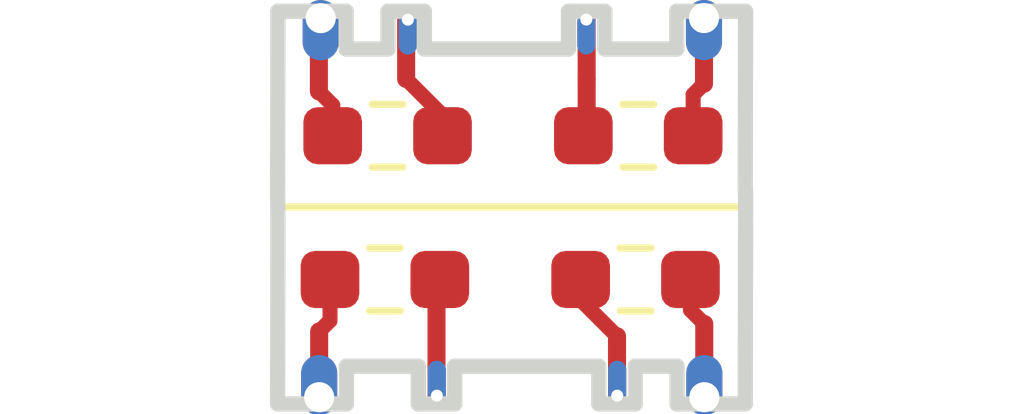
<source format=kicad_pcb>
(kicad_pcb (version 20211014) (generator pcbnew)
  (layers (0 "F.Cu" signal) (31 "B.Cu" signal) (34 "B.Paste" user) (35 "F.Paste" user) (36 "B.SilkS" user "B.Silkscreen") (37 "F.SilkS" user "F.Silkscreen") (38 "B.Mask" user) (39 "F.Mask" user) (44 "Edge.Cuts" user))
  (net 0 "")
  (net 1 "Net-(J1-Pad1)")
  (net 2 "Net-(J2-Pad1)")
  (net 3 "GND")
  (footprint "Resistor_SMD:R_0603_1608Metric_Pad0.98x0.95mm_HandSolder" (layer "F.Cu") (at 146.939 96.4184 180)
    (fp_text reference "R2" hide)
    (fp_text value "5.1K" hide)
    (fp_line (start -0.254724 -0.5225) (end 0.254724 -0.5225) (layer "F.SilkS") (width 0.12))
    (fp_line (start -0.254724 0.5225) (end 0.254724 0.5225) (layer "F.SilkS") (width 0.12))
    (pad "1" smd roundrect (at -0.9125 0 180) (size 0.975 0.95) (layers "F.Cu" "F.Paste" "F.Mask") (net 3 "GND"))
    (pad "2" smd roundrect (at 0.9125 0 180) (size 0.975 0.95) (layers "F.Cu" "F.Paste" "F.Mask") (net 2 "Net-(J2-Pad1)"))
  )
  (footprint "Resistor_SMD:R_0603_1608Metric_Pad0.98x0.95mm_HandSolder" (layer "F.Cu") (at 142.7734 96.4184 180)
    (fp_text reference "R1" hide)
    (fp_text value "5.1K" hide)
    (fp_line (start -0.254724 0.5225) (end 0.254724 0.5225) (layer "F.SilkS") (width 0.12))
    (fp_line (start -0.254724 -0.5225) (end 0.254724 -0.5225) (layer "F.SilkS") (width 0.12))
    (pad "1" smd roundrect (at -0.9125 0 180) (size 0.975 0.95) (layers "F.Cu" "F.Paste" "F.Mask") (net 1 "Net-(J1-Pad1)"))
    (pad "2" smd roundrect (at 0.9125 0 180) (size 0.975 0.95) (layers "F.Cu" "F.Paste" "F.Mask") (net 3 "GND"))
  )
  (footprint "custom_connectors:c1_usb_c_connector" (layer "F.Cu") (at 151.7142 95.8088 90)
    (fp_text reference "J2" hide)
    (fp_text value "CC2" hide)
    (pad "1" thru_hole oval (at -2.54 -5.08 90) (size 0.7 0.3) (drill 0.2 (offset 0.23 0)) (layers *.Cu *.Mask) (net 2 "Net-(J2-Pad1)"))
  )
  (footprint "custom_connectors:c1_usb_c_connector" (layer "F.Cu") (at 148.717 95.8088 90)
    (fp_text reference "J1" hide)
    (fp_text value "CC1" hide)
    (pad "1" thru_hole oval (at -2.54 -5.08 90) (size 0.7 0.3) (drill 0.2 (offset 0.23 0)) (layers *.Cu *.Mask) (net 1 "Net-(J1-Pad1)"))
  )
  (footprint "custom_connectors:c1_usb_c_connector" (layer "F.Cu") (at 138.0744 94.6404 -90)
    (fp_text reference "J1" hide)
    (fp_text value "CC1" hide)
    (pad "1" thru_hole oval (at -2.54 -5.08 270) (size 0.7 0.3) (drill 0.2 (offset 0.23 0)) (layers F&B.Cu *.Mask))
  )
  (footprint "custom_connectors:c1_usb_c_connector" (layer "F.Cu") (at 141.0404 94.6389 -90)
    (fp_text reference "J1" hide)
    (fp_text value "CC1" hide)
    (pad "1" thru_hole oval (at -2.54 -5.08 270) (size 0.7 0.3) (drill 0.2 (offset 0.23 0)) (layers F&B.Cu *.Mask) (net 1 "Net-(J1-Pad1)"))
  )
  (footprint "custom_connectors:GND_flex_connector" (layer "F.Cu") (at 153.162 98.3742 90)
    (fp_text reference "REF**" hide)
    (fp_text value "GND_flex_connector" hide)
    (pad "1" thru_hole oval (at 0 -5.08 90) (size 1 0.6) (drill 0.5 (offset 0.2 0)) (layers *.Cu *.Mask))
  )
  (footprint "custom_connectors:GND_flex_connector" (layer "F.Cu") (at 142.9962 92.0735 -90)
    (fp_text reference "REF**" hide)
    (fp_text value "GND_flex_connector" hide)
    (pad "1" thru_hole oval (at 0 -5.08 270) (size 1 0.6) (drill 0.5 (offset 0.2 0)) (layers F&B.Cu *.Mask))
  )
  (footprint "custom_connectors:GND_flex_connector" (layer "F.Cu") (at 146.7612 98.3742 90)
    (fp_text reference "REF**" hide)
    (fp_text value "GND_flex_connector" hide)
    (pad "1" thru_hole oval (at 0 -5.08 90) (size 1 0.6) (drill 0.5 (offset 0.2 0)) (layers *.Cu *.Mask))
  )
  (footprint "Resistor_SMD:R_0603_1608Metric_Pad0.98x0.95mm_HandSolder" (layer "F.Cu") (at 146.984 94.0293)
    (fp_text reference "R1" hide)
    (fp_text value "5.1K" hide)
    (fp_line (start -0.254724 0.5225) (end 0.254724 0.5225) (layer "F.SilkS") (width 0.12))
    (fp_line (start -0.254724 -0.5225) (end 0.254724 -0.5225) (layer "F.SilkS") (width 0.12))
    (pad "1" smd roundrect (at -0.9125 0) (size 0.975 0.95) (layers "F.Cu" "F.Paste" "F.Mask") (net 1 "Net-(J1-Pad1)"))
    (pad "2" smd roundrect (at 0.9125 0) (size 0.975 0.95) (layers "F.Cu" "F.Paste" "F.Mask") (net 3 "GND"))
  )
  (footprint "custom_connectors:GND_flex_connector" (layer "F.Cu") (at 136.6266 92.075 -90)
    (fp_text reference "REF**" hide)
    (fp_text value "GND_flex_connector" hide)
    (pad "1" thru_hole oval (at 0 -5.08 270) (size 1 0.6) (drill 0.5 (offset 0.2 0)) (layers F&B.Cu *.Mask))
  )
  (footprint "Resistor_SMD:R_0603_1608Metric_Pad0.98x0.95mm_HandSolder" (layer "F.Cu") (at 142.8184 94.0293)
    (fp_text reference "R2" hide)
    (fp_text value "5.1K" hide)
    (fp_line (start -0.254724 -0.5225) (end 0.254724 -0.5225) (layer "F.SilkS") (width 0.12))
    (fp_line (start -0.254724 0.5225) (end 0.254724 0.5225) (layer "F.SilkS") (width 0.12))
    (pad "1" smd roundrect (at -0.9125 0) (size 0.975 0.95) (layers "F.Cu" "F.Paste" "F.Mask") (net 3 "GND"))
    (pad "2" smd roundrect (at 0.9125 0) (size 0.975 0.95) (layers "F.Cu" "F.Paste" "F.Mask") (net 2 "Net-(J2-Pad1)"))
  )
  (gr_line (start 148.7678 95.2119) (end 140.9446 95.2119) (layer "F.SilkS") (width 0.12))
  (gr_line (start 142.133 98.487) (end 142.133 97.86) (layer "Edge.Cuts") (width 0.254))
  (gr_line (start 148.762 98.487) (end 147.629 98.487) (layer "Edge.Cuts") (width 0.254))
  (gr_line (start 146.933 98.487) (end 146.329 98.487) (layer "Edge.Cuts") (width 0.254))
  (gr_line (start 143.933 98.487) (end 143.933 97.86) (layer "Edge.Cuts") (width 0.254))
  (gr_line (start 147.629 98.487) (end 147.629 97.86) (layer "Edge.Cuts") (width 0.254))
  (gr_line (start 146.933 98.487) (end 146.933 97.86) (layer "Edge.Cuts") (width 0.254))
  (gr_line (start 142.133 98.487) (end 141 98.487) (layer "Edge.Cuts") (width 0.254))
  (gr_line (start 143.3286 98.487) (end 143.3286 97.86) (layer "Edge.Cuts") (width 0.254))
  (gr_line (start 147.629 97.86) (end 146.933 97.86) (layer "Edge.Cuts") (width 0.254))
  (gr_line (start 146.329 97.86) (end 143.933 97.86) (layer "Edge.Cuts") (width 0.254))
  (gr_line (start 143.3286 97.86) (end 142.133 97.86) (layer "Edge.Cuts") (width 0.254))
  (gr_line (start 146.329 98.487) (end 146.329 97.86) (layer "Edge.Cuts") (width 0.254))
  (gr_line (start 143.933 98.487) (end 143.3286 98.487) (layer "Edge.Cuts") (width 0.254))
  (gr_line (start 142.1284 91.9607) (end 142.1284 92.5877) (layer "Edge.Cuts") (width 0.254))
  (gr_line (start 148.7678 91.9607) (end 148.762 94.9691) (layer "Edge.Cuts") (width 0.254))
  (gr_line (start 145.8244 91.9607) (end 145.8244 92.5877) (layer "Edge.Cuts") (width 0.254))
  (gr_line (start 148.7678 95.4786) (end 148.7678 94.9452) (layer "Edge.Cuts") (width 0.254))
  (gr_line (start 147.6244 91.9607) (end 147.6244 92.5877) (layer "Edge.Cuts") (width 0.254))
  (gr_line (start 148.762 98.487) (end 148.7678 95.4786) (layer "Edge.Cuts") (width 0.254))
  (gr_line (start 145.8244 91.9607) (end 146.4288 91.9607) (layer "Edge.Cuts") (width 0.254))
  (gr_line (start 140.9954 91.9607) (end 142.1284 91.9607) (layer "Edge.Cuts") (width 0.254))
  (gr_line (start 143.4284 91.9607) (end 143.4284 92.5877) (layer "Edge.Cuts") (width 0.254))
  (gr_line (start 146.4288 91.9607) (end 146.4288 92.5877) (layer "Edge.Cuts") (width 0.254))
  (gr_line (start 142.8244 91.9607) (end 142.8244 92.5877) (layer "Edge.Cuts") (width 0.254))
  (gr_line (start 140.9954 95.4786) (end 140.9896 94.9198) (layer "Edge.Cuts") (width 0.254))
  (gr_line (start 143.4284 92.5877) (end 145.8244 92.5877) (layer "Edge.Cuts") (width 0.254))
  (gr_line (start 146.4288 92.5877) (end 147.6244 92.5877) (layer "Edge.Cuts") (width 0.254))
  (gr_line (start 142.8244 91.9607) (end 143.4284 91.9607) (layer "Edge.Cuts") (width 0.254))
  (gr_line (start 140.9896 98.487) (end 140.9954 95.4786) (layer "Edge.Cuts") (width 0.254))
  (gr_line (start 142.1284 92.5877) (end 142.8244 92.5877) (layer "Edge.Cuts") (width 0.254))
  (gr_line (start 140.9954 91.9607) (end 140.9896 94.9691) (layer "Edge.Cuts") (width 0.254))
  (gr_line (start 147.6244 91.9607) (end 148.7574 91.9607) (layer "Edge.Cuts") (width 0.254))
  (segment (start 143.7875 96.2425) (end 143.631 96.399) (width 0.25) (layer "F.Cu") (net 1))
  (segment (start 146.1264 93.0955) (end 146.1264 94.0487) (width 0.3) (layer "F.Cu") (net 1))
  (segment (start 146.1264 92.0877) (end 146.1264 93.0955) (width 0.3) (layer "F.Cu") (net 1))
  (segment (start 143.631 98.36) (end 143.631 97.3522) (width 0.3) (layer "F.Cu") (net 1))
  (segment (start 145.9699 94.2052) (end 146.1264 94.0487) (width 0.25) (layer "F.Cu") (net 1))
  (segment (start 143.631 97.3522) (end 143.631 96.399) (width 0.3) (layer "F.Cu") (net 1))
  (segment (start 146.0265 96.4184) (end 146.0265 96.7569) (width 0.25) (layer "F.Cu") (net 2))
  (segment (start 146.631 98.36) (end 146.631 97.3614) (width 0.3) (layer "F.Cu") (net 2))
  (segment (start 143.7309 93.6908) (end 143.1264 93.0863) (width 0.25) (layer "F.Cu") (net 2))
  (segment (start 143.7309 94.0293) (end 143.7309 93.6908) (width 0.25) (layer "F.Cu") (net 2))
  (segment (start 143.1264 92.0877) (end 143.1264 93.0863) (width 0.3) (layer "F.Cu") (net 2))
  (segment (start 146.0265 96.7569) (end 146.631 97.3614) (width 0.25) (layer "F.Cu") (net 2))
  (segment (start 141.9059 94.0293) (end 141.9059 93.5212) (width 0.25) (layer "F.Cu") (net 3))
  (segment (start 141.8609 97.1019) (end 141.681 97.2818) (width 0.25) (layer "F.Cu") (net 3))
  (segment (start 147.8515 96.4184) (end 147.8515 96.9265) (width 0.25) (layer "F.Cu") (net 3))
  (segment (start 148.0764 92.0877) (end 148.0764 93.1659) (width 0.3) (layer "F.Cu") (net 3))
  (segment (start 141.9059 93.5212) (end 141.6764 93.2917) (width 0.25) (layer "F.Cu") (net 3))
  (segment (start 148.081 98.36) (end 148.081 97.156) (width 0.3) (layer "F.Cu") (net 3))
  (segment (start 147.8965 94.0293) (end 147.8965 93.3458) (width 0.25) (layer "F.Cu") (net 3))
  (segment (start 147.8515 96.9265) (end 148.081 97.156) (width 0.25) (layer "F.Cu") (net 3))
  (segment (start 141.681 98.36) (end 141.681 97.2818) (width 0.3) (layer "F.Cu") (net 3))
  (segment (start 141.6764 92.0877) (end 141.6764 93.2917) (width 0.3) (layer "F.Cu") (net 3))
  (segment (start 147.8965 93.3458) (end 148.0764 93.1659) (width 0.25) (layer "F.Cu") (net 3))
  (segment (start 141.8609 96.4184) (end 141.8609 97.1019) (width 0.25) (layer "F.Cu") (net 3))
)
</source>
